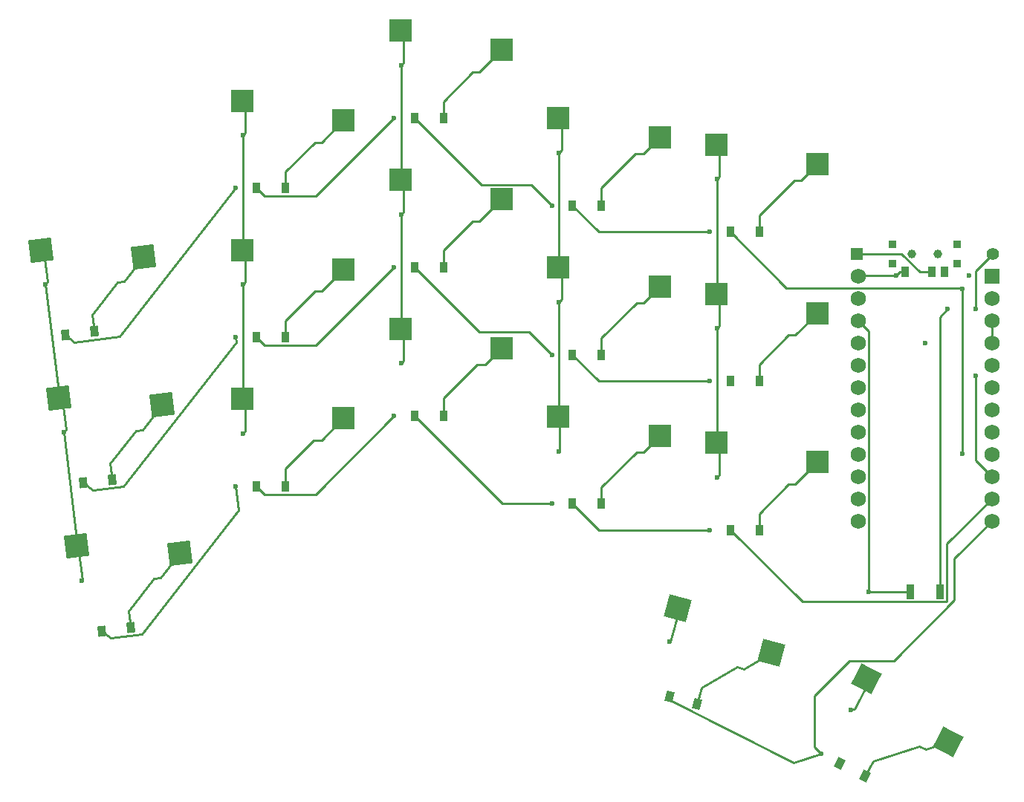
<source format=gbr>
%TF.GenerationSoftware,KiCad,Pcbnew,7.0.11*%
%TF.CreationDate,2024-03-03T11:22:05+13:00*%
%TF.ProjectId,socius-choc-v1,736f6369-7573-42d6-9368-6f632d76312e,v1.0.0*%
%TF.SameCoordinates,Original*%
%TF.FileFunction,Copper,L2,Bot*%
%TF.FilePolarity,Positive*%
%FSLAX46Y46*%
G04 Gerber Fmt 4.6, Leading zero omitted, Abs format (unit mm)*
G04 Created by KiCad (PCBNEW 7.0.11) date 2024-03-03 11:22:05*
%MOMM*%
%LPD*%
G01*
G04 APERTURE LIST*
G04 Aperture macros list*
%AMRotRect*
0 Rectangle, with rotation*
0 The origin of the aperture is its center*
0 $1 length*
0 $2 width*
0 $3 Rotation angle, in degrees counterclockwise*
0 Add horizontal line*
21,1,$1,$2,0,0,$3*%
G04 Aperture macros list end*
%TA.AperFunction,SMDPad,CuDef*%
%ADD10R,2.600000X2.600000*%
%TD*%
%TA.AperFunction,SMDPad,CuDef*%
%ADD11RotRect,2.600000X2.600000X7.000000*%
%TD*%
%TA.AperFunction,SMDPad,CuDef*%
%ADD12RotRect,2.600000X2.600000X345.000000*%
%TD*%
%TA.AperFunction,SMDPad,CuDef*%
%ADD13RotRect,2.600000X2.600000X333.000000*%
%TD*%
%TA.AperFunction,SMDPad,CuDef*%
%ADD14RotRect,0.900000X1.200000X7.000000*%
%TD*%
%TA.AperFunction,SMDPad,CuDef*%
%ADD15R,0.900000X1.200000*%
%TD*%
%TA.AperFunction,SMDPad,CuDef*%
%ADD16RotRect,0.900000X1.200000X345.000000*%
%TD*%
%TA.AperFunction,SMDPad,CuDef*%
%ADD17RotRect,0.900000X1.200000X333.000000*%
%TD*%
%TA.AperFunction,ComponentPad*%
%ADD18C,0.600000*%
%TD*%
%TA.AperFunction,ComponentPad*%
%ADD19C,1.752600*%
%TD*%
%TA.AperFunction,ComponentPad*%
%ADD20R,1.752600X1.752600*%
%TD*%
%TA.AperFunction,ComponentPad*%
%ADD21R,1.400000X1.400000*%
%TD*%
%TA.AperFunction,ComponentPad*%
%ADD22C,1.400000*%
%TD*%
%TA.AperFunction,WasherPad*%
%ADD23C,1.000000*%
%TD*%
%TA.AperFunction,SMDPad,CuDef*%
%ADD24R,0.900000X0.900000*%
%TD*%
%TA.AperFunction,SMDPad,CuDef*%
%ADD25R,0.900000X1.250000*%
%TD*%
%TA.AperFunction,SMDPad,CuDef*%
%ADD26R,0.900000X1.700000*%
%TD*%
%TA.AperFunction,Conductor*%
%ADD27C,0.250000*%
%TD*%
G04 APERTURE END LIST*
D10*
%TO.P,S14,1*%
%TO.N,COL4*%
X230886190Y-131559898D03*
%TO.P,S14,2*%
%TO.N,inner_home*%
X242436190Y-133759898D03*
%TD*%
D11*
%TO.P,S1,1*%
%TO.N,COL0*%
X158040731Y-160336402D03*
%TO.P,S1,2*%
%TO.N,pinky_bottom*%
X169772751Y-161112413D03*
%TD*%
%TO.P,S2,1*%
%TO.N,COL0*%
X155968956Y-143463116D03*
%TO.P,S2,2*%
%TO.N,pinky_home*%
X167700976Y-144239127D03*
%TD*%
%TO.P,S3,1*%
%TO.N,COL0*%
X153897178Y-126589834D03*
%TO.P,S3,2*%
%TO.N,pinky_top*%
X165629198Y-127365845D03*
%TD*%
D10*
%TO.P,S4,1*%
%TO.N,COL1*%
X176886196Y-143559899D03*
%TO.P,S4,2*%
%TO.N,ring_bottom*%
X188436196Y-145759899D03*
%TD*%
%TO.P,S5,1*%
%TO.N,COL1*%
X176886198Y-126559899D03*
%TO.P,S5,2*%
%TO.N,ring_home*%
X188436198Y-128759899D03*
%TD*%
%TO.P,S6,1*%
%TO.N,COL1*%
X176886202Y-109559899D03*
%TO.P,S6,2*%
%TO.N,ring_top*%
X188436202Y-111759899D03*
%TD*%
%TO.P,S7,1*%
%TO.N,COL2*%
X194886198Y-135559898D03*
%TO.P,S7,2*%
%TO.N,middle_bottom*%
X206436198Y-137759898D03*
%TD*%
%TO.P,S8,1*%
%TO.N,COL2*%
X194886195Y-118559895D03*
%TO.P,S8,2*%
%TO.N,middle_home*%
X206436195Y-120759895D03*
%TD*%
%TO.P,S9,1*%
%TO.N,COL2*%
X194886196Y-101559897D03*
%TO.P,S9,2*%
%TO.N,middle_top*%
X206436196Y-103759897D03*
%TD*%
%TO.P,S10,1*%
%TO.N,COL3*%
X212886199Y-145559903D03*
%TO.P,S10,2*%
%TO.N,index_bottom*%
X224436199Y-147759903D03*
%TD*%
%TO.P,S11,1*%
%TO.N,COL3*%
X212886199Y-128559900D03*
%TO.P,S11,2*%
%TO.N,index_home*%
X224436199Y-130759900D03*
%TD*%
%TO.P,S12,1*%
%TO.N,COL3*%
X212886192Y-111559901D03*
%TO.P,S12,2*%
%TO.N,index_top*%
X224436192Y-113759901D03*
%TD*%
%TO.P,S13,1*%
%TO.N,COL4*%
X230886196Y-148559900D03*
%TO.P,S13,2*%
%TO.N,inner_bottom*%
X242436196Y-150759900D03*
%TD*%
%TO.P,S15,1*%
%TO.N,COL4*%
X230886201Y-114559898D03*
%TO.P,S15,2*%
%TO.N,inner_top*%
X242436201Y-116759898D03*
%TD*%
D12*
%TO.P,S16,1*%
%TO.N,COL3*%
X226537762Y-167415010D03*
%TO.P,S16,2*%
%TO.N,inner_sole*%
X237124804Y-172529407D03*
%TD*%
D13*
%TO.P,S17,1*%
%TO.N,COL4*%
X247987102Y-175478314D03*
%TO.P,S17,2*%
%TO.N,outer_sole*%
X257279448Y-182682119D03*
%TD*%
D14*
%TO.P,D1,2*%
%TO.N,pinky_bottom*%
X164141623Y-169612035D03*
%TO.P,D1,1*%
%TO.N,ROW2*%
X160866221Y-170014203D03*
%TD*%
%TO.P,D2,2*%
%TO.N,pinky_home*%
X162069841Y-152738752D03*
%TO.P,D2,1*%
%TO.N,ROW1*%
X158794439Y-153140920D03*
%TD*%
%TO.P,D3,2*%
%TO.N,pinky_top*%
X159998069Y-135865466D03*
%TO.P,D3,1*%
%TO.N,ROW0*%
X156722667Y-136267634D03*
%TD*%
D15*
%TO.P,D4,2*%
%TO.N,ring_bottom*%
X181811196Y-153509899D03*
%TO.P,D4,1*%
%TO.N,ROW2*%
X178511196Y-153509899D03*
%TD*%
%TO.P,D5,2*%
%TO.N,ring_home*%
X181811195Y-136509900D03*
%TO.P,D5,1*%
%TO.N,ROW1*%
X178511195Y-136509900D03*
%TD*%
%TO.P,D6,2*%
%TO.N,ring_top*%
X181811194Y-119509898D03*
%TO.P,D6,1*%
%TO.N,ROW0*%
X178511194Y-119509898D03*
%TD*%
%TO.P,D7,2*%
%TO.N,middle_bottom*%
X199811197Y-145509899D03*
%TO.P,D7,1*%
%TO.N,ROW2*%
X196511197Y-145509899D03*
%TD*%
%TO.P,D8,2*%
%TO.N,middle_home*%
X199811199Y-128509898D03*
%TO.P,D8,1*%
%TO.N,ROW1*%
X196511199Y-128509898D03*
%TD*%
%TO.P,D9,2*%
%TO.N,middle_top*%
X199811198Y-111509900D03*
%TO.P,D9,1*%
%TO.N,ROW0*%
X196511198Y-111509900D03*
%TD*%
%TO.P,D10,2*%
%TO.N,index_bottom*%
X217811192Y-155509899D03*
%TO.P,D10,1*%
%TO.N,ROW2*%
X214511192Y-155509899D03*
%TD*%
%TO.P,D11,2*%
%TO.N,index_home*%
X217811196Y-138509903D03*
%TO.P,D11,1*%
%TO.N,ROW1*%
X214511196Y-138509903D03*
%TD*%
%TO.P,D12,2*%
%TO.N,index_top*%
X217811197Y-121509905D03*
%TO.P,D12,1*%
%TO.N,ROW0*%
X214511197Y-121509905D03*
%TD*%
%TO.P,D13,2*%
%TO.N,inner_bottom*%
X235811195Y-158509898D03*
%TO.P,D13,1*%
%TO.N,ROW2*%
X232511195Y-158509898D03*
%TD*%
%TO.P,D14,2*%
%TO.N,inner_home*%
X235811199Y-141509905D03*
%TO.P,D14,1*%
%TO.N,ROW1*%
X232511199Y-141509905D03*
%TD*%
%TO.P,D15,2*%
%TO.N,inner_top*%
X235811195Y-124509901D03*
%TO.P,D15,1*%
%TO.N,ROW0*%
X232511195Y-124509901D03*
%TD*%
D16*
%TO.P,D16,2*%
%TO.N,inner_sole*%
X228719697Y-178300651D03*
%TO.P,D16,1*%
%TO.N,ROW3*%
X225532141Y-177446549D03*
%TD*%
D17*
%TO.P,D17,2*%
%TO.N,outer_sole*%
X247858104Y-186579731D03*
%TO.P,D17,1*%
%TO.N,ROW3*%
X244917782Y-185081563D03*
%TD*%
D18*
%TO.P,REF\u002A\u002A,1*%
%TO.N,ROW2*%
X176161194Y-153509900D03*
%TD*%
%TO.P,REF\u002A\u002A,1*%
%TO.N,ROW1*%
X176161195Y-136509903D03*
%TD*%
%TO.P,REF\u002A\u002A,1*%
%TO.N,ROW0*%
X176161195Y-119509897D03*
%TD*%
%TO.P,REF\u002A\u002A,1*%
%TO.N,ROW2*%
X194161197Y-145509901D03*
%TD*%
%TO.P,REF\u002A\u002A,1*%
%TO.N,ROW1*%
X194161196Y-128509902D03*
%TD*%
%TO.P,REF\u002A\u002A,1*%
%TO.N,ROW0*%
X194161199Y-111509900D03*
%TD*%
%TO.P,REF\u002A\u002A,1*%
%TO.N,ROW2*%
X212161194Y-155509901D03*
%TD*%
%TO.P,REF\u002A\u002A,1*%
%TO.N,ROW1*%
X212161192Y-138509898D03*
%TD*%
%TO.P,REF\u002A\u002A,1*%
%TO.N,ROW0*%
X212161194Y-121509895D03*
%TD*%
%TO.P,REF\u002A\u002A,1*%
%TO.N,ROW2*%
X230161201Y-158509896D03*
%TD*%
%TO.P,REF\u002A\u002A,1*%
%TO.N,ROW1*%
X230161198Y-141509896D03*
%TD*%
%TO.P,REF\u002A\u002A,1*%
%TO.N,ROW0*%
X230161197Y-124509901D03*
%TD*%
%TO.P,REF\u002A\u002A,1*%
%TO.N,ROW3*%
X242823918Y-184014683D03*
%TD*%
%TO.P,REF\u002A\u002A,1*%
%TO.N,COL0*%
X158596552Y-164247818D03*
%TD*%
%TO.P,REF\u002A\u002A,1*%
%TO.N,COL0*%
X156524777Y-147374536D03*
%TD*%
%TO.P,REF\u002A\u002A,1*%
%TO.N,COL0*%
X154453000Y-130501253D03*
%TD*%
%TO.P,REF\u002A\u002A,1*%
%TO.N,COL1*%
X176961198Y-147509900D03*
%TD*%
%TO.P,REF\u002A\u002A,1*%
%TO.N,COL1*%
X176961199Y-130509902D03*
%TD*%
%TO.P,REF\u002A\u002A,1*%
%TO.N,COL1*%
X176961196Y-113509900D03*
%TD*%
%TO.P,REF\u002A\u002A,1*%
%TO.N,COL2*%
X194961200Y-139509899D03*
%TD*%
%TO.P,REF\u002A\u002A,1*%
%TO.N,COL2*%
X194961197Y-122509894D03*
%TD*%
%TO.P,REF\u002A\u002A,1*%
%TO.N,COL2*%
X194961192Y-105509895D03*
%TD*%
%TO.P,REF\u002A\u002A,1*%
%TO.N,COL3*%
X212961197Y-149509902D03*
%TD*%
%TO.P,REF\u002A\u002A,1*%
%TO.N,COL3*%
X212961199Y-132509903D03*
%TD*%
%TO.P,REF\u002A\u002A,1*%
%TO.N,COL3*%
X212961196Y-115509902D03*
%TD*%
%TO.P,REF\u002A\u002A,1*%
%TO.N,COL4*%
X230961195Y-152509903D03*
%TD*%
%TO.P,REF\u002A\u002A,1*%
%TO.N,COL4*%
X230961194Y-135509902D03*
%TD*%
%TO.P,REF\u002A\u002A,1*%
%TO.N,COL4*%
X230961195Y-118509900D03*
%TD*%
%TO.P,REF\u002A\u002A,1*%
%TO.N,COL3*%
X225587874Y-171249825D03*
%TD*%
%TO.P,REF\u002A\u002A,1*%
%TO.N,COL4*%
X246260662Y-179031834D03*
%TD*%
D19*
%TO.P,MCU1,1*%
%TO.N,RAW*%
X247041196Y-129539899D03*
%TO.P,MCU1,2*%
%TO.N,GND*%
X247041196Y-132079899D03*
%TO.P,MCU1,3*%
%TO.N,RST*%
X247041196Y-134619899D03*
%TO.P,MCU1,4*%
%TO.N,VCC*%
X247041196Y-137159899D03*
%TO.P,MCU1,5*%
%TO.N,P21*%
X247041196Y-139699899D03*
%TO.P,MCU1,6*%
%TO.N,P20*%
X247041196Y-142239899D03*
%TO.P,MCU1,7*%
%TO.N,P19*%
X247041196Y-144779899D03*
%TO.P,MCU1,8*%
%TO.N,COL0*%
X247041196Y-147319899D03*
%TO.P,MCU1,9*%
%TO.N,COL1*%
X247041196Y-149859899D03*
%TO.P,MCU1,10*%
%TO.N,COL2*%
X247041196Y-152399899D03*
%TO.P,MCU1,11*%
%TO.N,COL3*%
X247041196Y-154939899D03*
%TO.P,MCU1,12*%
%TO.N,COL4*%
X247041196Y-157479899D03*
%TO.P,MCU1,13*%
%TO.N,CS*%
X262281196Y-129539899D03*
%TO.P,MCU1,14*%
%TO.N,P0*%
X262281196Y-132079899D03*
%TO.P,MCU1,15*%
%TO.N,GND*%
X262281196Y-134619899D03*
%TO.P,MCU1,16*%
X262281196Y-137159899D03*
%TO.P,MCU1,17*%
%TO.N,MOSI*%
X262281196Y-139699899D03*
%TO.P,MCU1,18*%
%TO.N,SCK*%
X262281196Y-142239899D03*
%TO.P,MCU1,19*%
%TO.N,P4*%
X262281196Y-144779899D03*
%TO.P,MCU1,20*%
%TO.N,P5*%
X262281196Y-147319899D03*
%TO.P,MCU1,21*%
%TO.N,ROW0*%
X262281196Y-149859899D03*
%TO.P,MCU1,22*%
%TO.N,ROW1*%
X262281196Y-152399899D03*
%TO.P,MCU1,23*%
%TO.N,ROW2*%
X262281196Y-154939899D03*
%TO.P,MCU1,24*%
%TO.N,ROW3*%
X262281196Y-157479899D03*
D20*
%TO.P,MCU1,*%
%TO.N,CS*%
X262281196Y-129539899D03*
%TD*%
D21*
%TO.P,,1*%
%TO.N,POSITIVE*%
X246911195Y-127009901D03*
D22*
%TO.P,,2*%
%TO.N,GND*%
X262411195Y-127009901D03*
%TD*%
D23*
%TO.P,T1,*%
%TO.N,*%
X256161195Y-127009901D03*
X253161195Y-127009901D03*
D24*
X258361195Y-125909901D03*
X258361195Y-128109901D03*
X250961195Y-128109901D03*
X250961195Y-125909901D03*
D25*
%TO.P,T1,1*%
%TO.N,RAW*%
X252411195Y-129084901D03*
%TO.P,T1,2*%
%TO.N,POSITIVE*%
X255411195Y-129084901D03*
%TO.P,T1,3*%
%TO.N,N/C*%
X256911195Y-129084901D03*
%TD*%
D26*
%TO.P,,1*%
%TO.N,GND*%
X256361199Y-165509899D03*
%TO.P,,2*%
%TO.N,RST*%
X252961199Y-165509899D03*
%TD*%
D18*
%TO.P,REF\u002A\u002A,1*%
%TO.N,GND*%
X260461201Y-133309900D03*
%TD*%
%TO.P,REF\u002A\u002A,1*%
%TO.N,GND*%
X257261195Y-133309900D03*
%TD*%
%TO.P,REF\u002A\u002A,1*%
%TO.N,ROW0*%
X258961194Y-130989899D03*
%TD*%
%TO.P,REF\u002A\u002A,1*%
%TO.N,ROW0*%
X258961199Y-149809902D03*
%TD*%
%TO.P,REF\u002A\u002A,1*%
%TO.N,CS*%
X259661199Y-129509903D03*
%TD*%
%TO.P,REF\u002A\u002A,1*%
%TO.N,RAW*%
X251361197Y-129509901D03*
%TD*%
%TO.P,REF\u002A\u002A,1*%
%TO.N,VCC*%
X254661197Y-137209898D03*
%TD*%
%TO.P,REF\u002A\u002A,1*%
%TO.N,ROW1*%
X260461200Y-140909898D03*
%TD*%
%TO.P,REF\u002A\u002A,1*%
%TO.N,RST*%
X248261196Y-165509897D03*
%TD*%
D27*
%TO.N,ROW3*%
X258000000Y-161761095D02*
X258000000Y-166500000D01*
X262281196Y-157479899D02*
X258000000Y-161761095D01*
X246050264Y-173404818D02*
X242077469Y-177377613D01*
X258000000Y-166500000D02*
X251095182Y-173404818D01*
X251095182Y-173404818D02*
X246050264Y-173404818D01*
X242077469Y-177377613D02*
X242077469Y-183268234D01*
X242077469Y-183268234D02*
X242823918Y-184014683D01*
%TO.N,ROW2*%
X262281196Y-154939899D02*
X257136199Y-160084896D01*
X257136199Y-166684899D02*
X240686196Y-166684899D01*
X257136199Y-160084896D02*
X257136199Y-166684899D01*
X240686196Y-166684899D02*
X232511195Y-158509898D01*
%TO.N,ROW0*%
X258961194Y-130989899D02*
X258849894Y-130878599D01*
X258849894Y-130878599D02*
X238879893Y-130878599D01*
X238879893Y-130878599D02*
X232511195Y-124509901D01*
%TO.N,ROW1*%
X262281196Y-152399899D02*
X260461200Y-150579903D01*
X260461200Y-150579903D02*
X260461200Y-140909898D01*
%TO.N,GND*%
X262281196Y-134619899D02*
X262281196Y-137159899D01*
%TO.N,RST*%
X248261196Y-165509897D02*
X252961197Y-165509897D01*
X252961197Y-165509897D02*
X252961199Y-165509899D01*
%TO.N,GND*%
X256361199Y-165509899D02*
X256361199Y-134209896D01*
X256361199Y-134209896D02*
X257261195Y-133309900D01*
%TO.N,RST*%
X248261196Y-165509897D02*
X248261196Y-135839899D01*
X248261196Y-135839899D02*
X247041196Y-134619899D01*
%TO.N,ROW0*%
X258961194Y-130989899D02*
X258961194Y-149809897D01*
X258961194Y-149809897D02*
X258961199Y-149809902D01*
%TO.N,GND*%
X262411195Y-127009901D02*
X262408594Y-127009901D01*
X262408594Y-127009901D02*
X260461201Y-128957294D01*
X260461201Y-128957294D02*
X260461201Y-133309900D01*
%TO.N,RAW*%
X251361197Y-129509901D02*
X247071194Y-129509901D01*
X247071194Y-129509901D02*
X247041196Y-129539899D01*
X252411195Y-129084901D02*
X251786197Y-129084901D01*
X251786197Y-129084901D02*
X251361197Y-129509901D01*
%TO.N,POSITIVE*%
X246911195Y-127009901D02*
X251994469Y-127009901D01*
X251994469Y-127009901D02*
X254069469Y-129084901D01*
X254069469Y-129084901D02*
X255411195Y-129084901D01*
%TO.N,ROW3*%
X242823918Y-184014683D02*
X239707030Y-185027420D01*
X239707030Y-185027420D02*
X225671697Y-177876063D01*
X225671697Y-177876063D02*
X225532142Y-177446548D01*
%TO.N,outer_sole*%
X257279452Y-182682114D02*
X254757579Y-183501520D01*
X248736428Y-184855924D02*
X247858103Y-186579732D01*
X254757579Y-183501520D02*
X254036157Y-183133939D01*
X254036157Y-183133939D02*
X248736428Y-184855924D01*
%TO.N,COL4*%
X247987105Y-175478313D02*
X248150985Y-175982682D01*
X248150985Y-175982682D02*
X246664162Y-178900728D01*
X246664162Y-178900728D02*
X246260662Y-179031834D01*
%TO.N,inner_sole*%
X237124802Y-172529404D02*
X234033423Y-174314213D01*
X234033423Y-174314213D02*
X233300590Y-174117847D01*
X233300590Y-174117847D02*
X229207229Y-176481155D01*
X229207229Y-176481155D02*
X228719694Y-178300653D01*
%TO.N,COL3*%
X226537759Y-167415008D02*
X226643828Y-167598718D01*
X225679724Y-171196795D02*
X225587874Y-171249825D01*
X226643828Y-167598718D02*
X225679724Y-171196795D01*
%TO.N,COL0*%
X158040736Y-160336405D02*
X158207894Y-160467006D01*
X158207894Y-160467006D02*
X158661859Y-164164238D01*
X158661859Y-164164238D02*
X158596552Y-164247818D01*
%TO.N,ROW0*%
X176161195Y-119509897D02*
X162936604Y-136436601D01*
X162936604Y-136436601D02*
X157753498Y-137073013D01*
X157753498Y-137073013D02*
X156722662Y-136267634D01*
%TO.N,ROW1*%
X176161195Y-136509903D02*
X176228401Y-137057250D01*
X159825276Y-153946294D02*
X158794439Y-153140917D01*
X176228401Y-137057250D02*
X163373628Y-153510606D01*
X163373628Y-153510606D02*
X159825276Y-153946294D01*
%TO.N,ROW2*%
X176161194Y-153509900D02*
X176496330Y-156239355D01*
X176496330Y-156239355D02*
X165445411Y-170383894D01*
X165445411Y-170383894D02*
X161897055Y-170819578D01*
X161897055Y-170819578D02*
X160866217Y-170014201D01*
%TO.N,pinky_bottom*%
X169772749Y-161112417D02*
X167575077Y-163925307D01*
X166822051Y-164017773D02*
X163912061Y-167742393D01*
X167575077Y-163925307D02*
X166822051Y-164017773D01*
X163912061Y-167742393D02*
X164141620Y-169612033D01*
%TO.N,pinky_home*%
X167700977Y-144239134D02*
X165503301Y-147052024D01*
X165503301Y-147052024D02*
X164750267Y-147144486D01*
X164750267Y-147144486D02*
X161840283Y-150869105D01*
X161840283Y-150869105D02*
X162069842Y-152738746D01*
%TO.N,pinky_top*%
X165629198Y-127365847D02*
X163431526Y-130178743D01*
X159768501Y-133995826D02*
X159998065Y-135865463D01*
X163431526Y-130178743D02*
X162678493Y-130271208D01*
X162678493Y-130271208D02*
X159768501Y-133995826D01*
%TO.N,COL0*%
X156524777Y-147374536D02*
X158106029Y-160252823D01*
X158106029Y-160252823D02*
X158040736Y-160336405D01*
X155968952Y-143463118D02*
X156386864Y-143789625D01*
X156386864Y-143789625D02*
X156785979Y-147040209D01*
X156785979Y-147040209D02*
X156524777Y-147374536D01*
X154453000Y-130501253D02*
X156034254Y-143379537D01*
X156034254Y-143379537D02*
X155968952Y-143463118D01*
X153897178Y-126589837D02*
X154315080Y-126916339D01*
X154714198Y-130166928D02*
X154453000Y-130501253D01*
X154315080Y-126916339D02*
X154714198Y-130166928D01*
%TO.N,ROW0*%
X194161199Y-111509900D02*
X185236199Y-120434899D01*
X185236199Y-120434899D02*
X179436192Y-120434900D01*
X179436192Y-120434900D02*
X178511197Y-119509898D01*
X212161194Y-121509895D02*
X209786192Y-119134899D01*
X209786192Y-119134899D02*
X204136199Y-119134899D01*
X204136199Y-119134899D02*
X196511200Y-111509901D01*
%TO.N,ROW1*%
X194161196Y-128509902D02*
X185236189Y-137434896D01*
X185236189Y-137434896D02*
X179436195Y-137434899D01*
X179436195Y-137434899D02*
X178511200Y-136509902D01*
X212161192Y-138509898D02*
X209536192Y-135884902D01*
X209536192Y-135884902D02*
X203886197Y-135884894D01*
X203886197Y-135884894D02*
X196511196Y-128509897D01*
%TO.N,ROW2*%
X194161197Y-145509901D02*
X185236192Y-154434902D01*
X185236192Y-154434902D02*
X179436199Y-154434900D01*
X179436199Y-154434900D02*
X178511200Y-153509903D01*
X212161194Y-155509901D02*
X206511202Y-155509900D01*
X206511202Y-155509900D02*
X196511195Y-145509897D01*
X230161201Y-158509896D02*
X217511199Y-158509899D01*
X217511199Y-158509899D02*
X214511193Y-155509898D01*
%TO.N,ROW1*%
X230161198Y-141509896D02*
X217511193Y-141509900D01*
X217511193Y-141509900D02*
X214511202Y-138509903D01*
%TO.N,ROW0*%
X230161197Y-124509901D02*
X217511195Y-124509901D01*
X217511195Y-124509901D02*
X214511194Y-121509902D01*
%TO.N,ring_bottom*%
X188436201Y-145759900D02*
X185912097Y-148283997D01*
X185912097Y-148283997D02*
X184993019Y-148283996D01*
X181811199Y-151465829D02*
X181811195Y-153509900D01*
X184993019Y-148283996D02*
X181811199Y-151465829D01*
%TO.N,ring_home*%
X188436193Y-128759900D02*
X185912097Y-131284002D01*
X185912097Y-131284002D02*
X185153412Y-131284001D01*
X185153412Y-131284001D02*
X181811192Y-134626228D01*
X181811192Y-134626228D02*
X181811196Y-136509903D01*
%TO.N,ring_top*%
X188436195Y-111759899D02*
X185912098Y-114284000D01*
X185912098Y-114284000D02*
X185153415Y-114284000D01*
X185153415Y-114284000D02*
X181811195Y-117626223D01*
X181811195Y-117626223D02*
X181811200Y-119509897D01*
%TO.N,COL1*%
X176886195Y-143559897D02*
X177261201Y-143934899D01*
X177261201Y-143934899D02*
X177261199Y-147209902D01*
X177261199Y-147209902D02*
X176961198Y-147509900D01*
X176961199Y-130509902D02*
X176961198Y-143484896D01*
X176961198Y-143484896D02*
X176886195Y-143559897D01*
X176886199Y-126559904D02*
X177261193Y-126934900D01*
X177261193Y-126934900D02*
X177261197Y-130209899D01*
X177261197Y-130209899D02*
X176961199Y-130509902D01*
X176961196Y-113509900D02*
X176961199Y-126484902D01*
X176961199Y-126484902D02*
X176886199Y-126559904D01*
X176886194Y-109559900D02*
X177261194Y-109934899D01*
X177261194Y-109934899D02*
X177261197Y-113209900D01*
X177261197Y-113209900D02*
X176961196Y-113509900D01*
%TO.N,middle_bottom*%
X206436202Y-137759901D02*
X204561201Y-139634902D01*
X204561201Y-139634902D02*
X203642119Y-139634902D01*
X203642119Y-139634902D02*
X199811198Y-143465830D01*
X199811198Y-143465830D02*
X199811197Y-145509897D01*
%TO.N,middle_home*%
X206436199Y-120759900D02*
X203912098Y-123283999D01*
X203912098Y-123283999D02*
X203153416Y-123283997D01*
X199811198Y-126626212D02*
X199811195Y-128509897D01*
X203153416Y-123283997D02*
X199811198Y-126626212D01*
%TO.N,middle_top*%
X206436194Y-103759901D02*
X203912096Y-106284001D01*
X203912096Y-106284001D02*
X203153415Y-106283998D01*
X203153415Y-106283998D02*
X199811196Y-109626216D01*
X199811196Y-109626216D02*
X199811196Y-111509894D01*
%TO.N,COL2*%
X194886195Y-135559898D02*
X195261203Y-135934901D01*
X195261203Y-135934901D02*
X195261196Y-139209899D01*
X195261196Y-139209899D02*
X194961200Y-139509899D01*
X194961197Y-122509894D02*
X194961196Y-135484900D01*
X194961196Y-135484900D02*
X194886195Y-135559898D01*
X194886196Y-118559899D02*
X195261200Y-118934899D01*
X195261200Y-118934899D02*
X195261197Y-122209898D01*
X195261197Y-122209898D02*
X194961197Y-122509894D01*
X194961192Y-105509895D02*
X194961194Y-118484899D01*
X194961194Y-118484899D02*
X194886196Y-118559899D01*
X194886196Y-101559901D02*
X195261191Y-101934904D01*
X195261191Y-101934904D02*
X195261196Y-105209897D01*
X195261196Y-105209897D02*
X194961192Y-105509895D01*
%TO.N,COL3*%
X212886195Y-145559899D02*
X213036192Y-145709902D01*
X213036192Y-145709902D02*
X213036193Y-149434904D01*
X213036193Y-149434904D02*
X212961197Y-149509902D01*
X212961199Y-132509903D02*
X212961195Y-145484898D01*
X212961195Y-145484898D02*
X212886195Y-145559899D01*
X212886199Y-128559899D02*
X213261195Y-128934898D01*
X213261195Y-128934898D02*
X213261199Y-132209905D01*
X213261199Y-132209905D02*
X212961199Y-132509903D01*
X212961196Y-115509902D02*
X212961197Y-128484898D01*
X212961197Y-128484898D02*
X212886199Y-128559899D01*
X212886195Y-111559902D02*
X213261198Y-111934904D01*
X213261198Y-111934904D02*
X213261194Y-115209904D01*
X213261194Y-115209904D02*
X212961196Y-115509902D01*
%TO.N,index_bottom*%
X224436196Y-147759900D02*
X222561195Y-149634903D01*
X222561195Y-149634903D02*
X221802516Y-149634901D01*
X217811199Y-153626216D02*
X217811197Y-155509900D01*
X221802516Y-149634901D02*
X217811199Y-153626216D01*
%TO.N,index_home*%
X224436196Y-130759898D02*
X222561197Y-132634901D01*
X221802511Y-132634903D02*
X217811199Y-136626215D01*
X222561197Y-132634901D02*
X221802511Y-132634903D01*
X217811199Y-136626215D02*
X217811196Y-138509898D01*
%TO.N,index_top*%
X224436199Y-113759899D02*
X222561195Y-115634899D01*
X217811195Y-119465829D02*
X217811200Y-121509906D01*
X222561195Y-115634899D02*
X221642119Y-115634903D01*
X221642119Y-115634903D02*
X217811195Y-119465829D01*
%TO.N,inner_bottom*%
X242436196Y-150759900D02*
X239912100Y-153284000D01*
X239912100Y-153284000D02*
X239153412Y-153284001D01*
X235811194Y-156626213D02*
X235811198Y-158509894D01*
X239153412Y-153284001D02*
X235811194Y-156626213D01*
%TO.N,inner_home*%
X242436191Y-133759898D02*
X239912097Y-136284001D01*
X235811195Y-139626215D02*
X235811196Y-141509903D01*
X239912097Y-136284001D02*
X239153414Y-136284000D01*
X239153414Y-136284000D02*
X235811195Y-139626215D01*
%TO.N,inner_top*%
X242436196Y-116759899D02*
X240561196Y-118634902D01*
X240561196Y-118634902D02*
X239802514Y-118634898D01*
X239802514Y-118634898D02*
X235811201Y-122626211D01*
X235811201Y-122626211D02*
X235811193Y-124509904D01*
%TO.N,COL4*%
X230886196Y-148559900D02*
X231261197Y-148934897D01*
X231261196Y-152209902D02*
X230961195Y-152509903D01*
X231261197Y-148934897D02*
X231261196Y-152209902D01*
X230961194Y-135509902D02*
X230961191Y-148484900D01*
X230961191Y-148484900D02*
X230886196Y-148559900D01*
X230886192Y-131559899D02*
X231261194Y-131934901D01*
X231261194Y-131934901D02*
X231261196Y-135209898D01*
X231261196Y-135209898D02*
X230961194Y-135509902D01*
X230961195Y-118509900D02*
X230961199Y-131484900D01*
X230961199Y-131484900D02*
X230886192Y-131559899D01*
X230886196Y-114559900D02*
X231261197Y-114934902D01*
X231261197Y-114934902D02*
X231261196Y-118209897D01*
X231261196Y-118209897D02*
X230961195Y-118509900D01*
%TD*%
M02*

</source>
